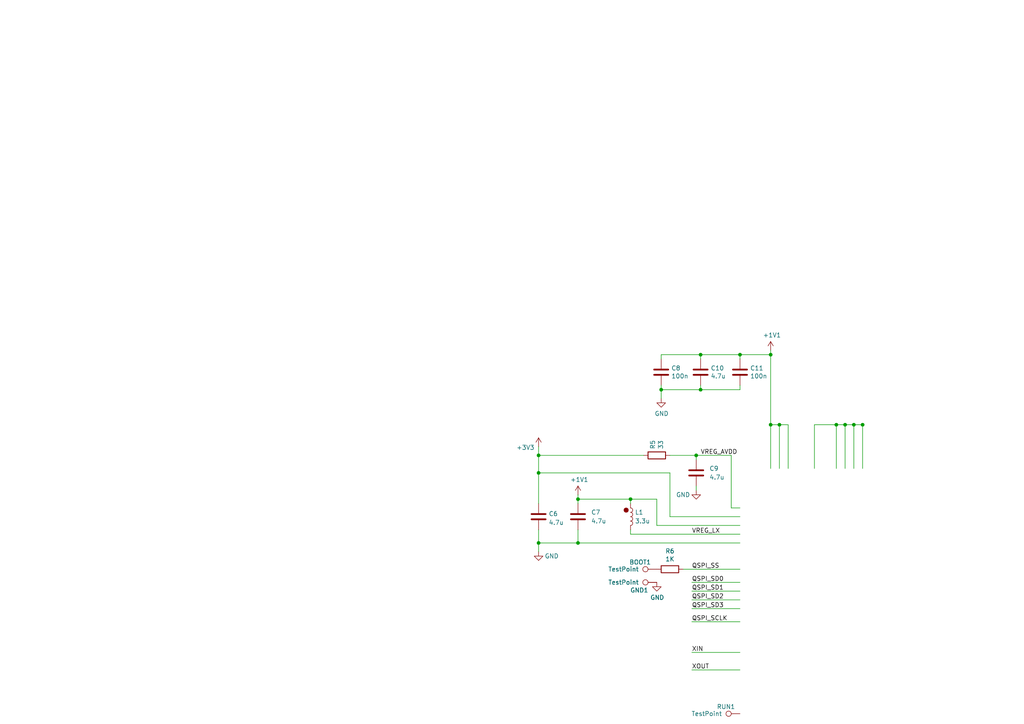
<source format=kicad_sch>
(kicad_sch (version 20250114) (generator "eeschema") (generator_version "9.0")
  (paper "A4")
  (lib_symbols
    (symbol "Connector:TestPoint" (pin_numbers (hide yes)) (pin_names (offset 0.762) (hide yes))
      (property "Reference" "TP" (at 0 6.858 0))
      (property "Value" "TestPoint" (at 0 5.08 0))
      (symbol "TestPoint_0_1"
        (circle (center 0 3.302) (radius 0.762))
      )
      (symbol "TestPoint_1_1"
        (pin passive line (at 0 0 90) (length 2.54) (name "1") (number "1"))
      )
    )
    (symbol "Device:C" (pin_numbers (hide yes)) (pin_names (offset 0.254))
      (property "Reference" "C" (at 0.635 2.54 0))
      (property "Value" "C" (at 0.635 -2.54 0))
      (symbol "C_0_1"
        (polyline (pts (xy -2.032 0.762) (xy 2.032 0.762)) (stroke (width 0.508)))
        (polyline (pts (xy -2.032 -0.762) (xy 2.032 -0.762)) (stroke (width 0.508)))
      )
      (symbol "C_1_1"
        (pin passive line (at 0 3.81 270) (length 2.794) (name "~") (number "1"))
        (pin passive line (at 0 -3.81 90) (length 2.794) (name "~") (number "2"))
      )
    )
    (symbol "Device:L" (pin_numbers (hide yes)) (pin_names (offset 1.016) (hide yes))
      (property "Reference" "L" (at -1.27 0 90))
      (property "Value" "L" (at 1.905 0 90))
      (symbol "L_0_1"
        (arc (start 0 2.54) (mid 0.6323 1.905) (end 0 1.27))
        (arc (start 0 1.27) (mid 0.6323 0.635) (end 0 0))
        (arc (start 0 0) (mid 0.6323 -0.635) (end 0 -1.27))
        (arc (start 0 -1.27) (mid 0.6323 -1.905) (end 0 -2.54))
      )
      (symbol "L_1_1"
        (pin passive line (at 0 3.81 270) (length 1.27) (name "1") (number "1"))
        (pin passive line (at 0 -3.81 90) (length 1.27) (name "2") (number "2"))
      )
    )
    (symbol "Device:R" (pin_numbers (hide yes)) (pin_names (offset 0))
      (property "Reference" "R" (at 2.032 0 90))
      (property "Value" "R" (at 0 0 90))
      (symbol "R_0_1"
        (rectangle (start -1.016 -2.54) (end 1.016 2.54) (stroke (width 0.254)))
      )
      (symbol "R_1_1"
        (pin passive line (at 0 3.81 270) (length 1.27) (name "~") (number "1"))
        (pin passive line (at 0 -3.81 90) (length 1.27) (name "~") (number "2"))
      )
    )
    (symbol "power:+1V1" (power) (pin_names (offset 0))
      (property "Value" "+1V1" (at 0 3.556 0))
      (symbol "+1V1_0_1"
        (polyline (pts (xy -0.762 1.27) (xy 0 2.54)))
        (polyline (pts (xy 0 2.54) (xy 0.762 1.27)))
        (polyline (pts (xy 0 0) (xy 0 2.54)))
      )
      (symbol "+1V1_1_1"
        (pin power_in line (at 0 0 90) (length 0) (hide yes) (name "+1V1") (number "1"))
      )
    )
    (symbol "power:+3V3" (power) (pin_names (offset 0))
      (property "Value" "+3V3" (at 0 3.556 0))
      (symbol "+3V3_0_1"
        (polyline (pts (xy -0.762 1.27) (xy 0 2.54)))
        (polyline (pts (xy 0 2.54) (xy 0.762 1.27)))
        (polyline (pts (xy 0 0) (xy 0 2.54)))
      )
      (symbol "+3V3_1_1"
        (pin power_in line (at 0 0 90) (length 0) (hide yes) (name "+3V3") (number "1"))
      )
    )
    (symbol "power:GND" (power) (pin_names (offset 0))
      (property "Value" "GND" (at 0 -3.81 0))
      (symbol "GND_0_1"
        (polyline (pts (xy 0 0) (xy 0 -1.27) (xy 1.27 -1.27) (xy 0 -2.54) (xy -1.27 -1.27) (xy 0 -1.27)))
      )
      (symbol "GND_1_1"
        (pin power_in line (at 0 0 270) (length 0) (hide yes) (name "GND") (number "1"))
      )
    )
  )
  (circle (center 181.61 147.955) (radius 0.635) (stroke (width 0) (color 132 0 0 1)) (fill (type color) (color 132 0 0 1)))
  (junction (at 201.93 132.08))
  (junction (at 167.64 144.78))
  (junction (at 242.57 123.19))
  (junction (at 223.52 123.19))
  (junction (at 203.2 113.03))
  (junction (at 245.11 123.19))
  (junction (at 182.88 144.78))
  (junction (at 167.64 157.48))
  (junction (at 203.2 102.87))
  (junction (at 247.65 123.19))
  (junction (at 223.52 102.87))
  (junction (at 156.21 157.48))
  (junction (at 214.63 102.87))
  (junction (at 156.21 132.08))
  (junction (at 226.06 123.19))
  (junction (at 250.19 123.19))
  (junction (at 156.21 137.16))
  (junction (at 191.77 113.03))
  (wire (pts (xy 201.93 142.24) (xy 201.93 140.97)))
  (wire (pts (xy 194.31 137.16) (xy 194.31 149.86)))
  (wire (pts (xy 203.2 102.87) (xy 214.63 102.87)))
  (wire (pts (xy 198.12 165.1) (xy 214.63 165.1)))
  (wire (pts (xy 212.09 132.08) (xy 212.09 147.32)))
  (wire (pts (xy 203.2 104.14) (xy 203.2 102.87)))
  (wire (pts (xy 214.63 180.34) (xy 200.66 180.34)))
  (wire (pts (xy 203.2 113.03) (xy 214.63 113.03)))
  (wire (pts (xy 191.77 111.76) (xy 191.77 113.03)))
  (wire (pts (xy 201.93 132.08) (xy 212.09 132.08)))
  (wire (pts (xy 156.21 132.08) (xy 156.21 137.16)))
  (wire (pts (xy 156.21 137.16) (xy 194.31 137.16)))
  (wire (pts (xy 156.21 137.16) (xy 156.21 146.05)))
  (wire (pts (xy 247.65 135.89) (xy 247.65 123.19)))
  (wire (pts (xy 236.22 135.89) (xy 236.22 123.19)))
  (wire (pts (xy 201.93 132.08) (xy 201.93 133.35)))
  (wire (pts (xy 223.52 102.87) (xy 223.52 123.19)))
  (wire (pts (xy 245.11 123.19) (xy 247.65 123.19)))
  (wire (pts (xy 250.19 135.89) (xy 250.19 123.19)))
  (wire (pts (xy 194.31 149.86) (xy 214.63 149.86)))
  (wire (pts (xy 247.65 123.19) (xy 250.19 123.19)))
  (wire (pts (xy 156.21 129.54) (xy 156.21 132.08)))
  (wire (pts (xy 156.21 157.48) (xy 167.64 157.48)))
  (wire (pts (xy 167.64 146.05) (xy 167.64 144.78)))
  (wire (pts (xy 191.77 104.14) (xy 191.77 102.87)))
  (wire (pts (xy 156.21 153.67) (xy 156.21 157.48)))
  (wire (pts (xy 214.63 152.4) (xy 190.5 152.4)))
  (wire (pts (xy 223.52 123.19) (xy 223.52 135.89)))
  (wire (pts (xy 167.64 143.51) (xy 167.64 144.78)))
  (wire (pts (xy 167.64 157.48) (xy 214.63 157.48)))
  (wire (pts (xy 156.21 157.48) (xy 156.21 160.02)))
  (wire (pts (xy 156.21 132.08) (xy 186.69 132.08)))
  (wire (pts (xy 191.77 113.03) (xy 191.77 115.57)))
  (wire (pts (xy 203.2 111.76) (xy 203.2 113.03)))
  (wire (pts (xy 200.66 189.23) (xy 214.63 189.23)))
  (wire (pts (xy 200.66 173.99) (xy 214.63 173.99)))
  (wire (pts (xy 228.6 123.19) (xy 228.6 135.89)))
  (wire (pts (xy 242.57 135.89) (xy 242.57 123.19)))
  (wire (pts (xy 191.77 102.87) (xy 203.2 102.87)))
  (wire (pts (xy 190.5 152.4) (xy 190.5 144.78)))
  (wire (pts (xy 200.66 168.91) (xy 214.63 168.91)))
  (wire (pts (xy 194.31 132.08) (xy 201.93 132.08)))
  (wire (pts (xy 200.66 171.45) (xy 214.63 171.45)))
  (wire (pts (xy 200.66 176.53) (xy 214.63 176.53)))
  (wire (pts (xy 214.63 102.87) (xy 223.52 102.87)))
  (wire (pts (xy 182.88 154.94) (xy 214.63 154.94)))
  (wire (pts (xy 167.64 153.67) (xy 167.64 157.48)))
  (wire (pts (xy 167.64 144.78) (xy 182.88 144.78)))
  (wire (pts (xy 226.06 123.19) (xy 228.6 123.19)))
  (wire (pts (xy 245.11 135.89) (xy 245.11 123.19)))
  (wire (pts (xy 223.52 101.6) (xy 223.52 102.87)))
  (wire (pts (xy 182.88 154.94) (xy 182.88 153.67)))
  (wire (pts (xy 242.57 123.19) (xy 245.11 123.19)))
  (wire (pts (xy 182.88 144.78) (xy 182.88 146.05)))
  (wire (pts (xy 214.63 104.14) (xy 214.63 102.87)))
  (wire (pts (xy 191.77 113.03) (xy 203.2 113.03)))
  (wire (pts (xy 236.22 123.19) (xy 242.57 123.19)))
  (wire (pts (xy 226.06 123.19) (xy 223.52 123.19)))
  (wire (pts (xy 190.5 144.78) (xy 182.88 144.78)))
  (wire (pts (xy 212.09 147.32) (xy 214.63 147.32)))
  (wire (pts (xy 214.63 194.31) (xy 200.66 194.31)))
  (wire (pts (xy 214.63 113.03) (xy 214.63 111.76)))
  (wire (pts (xy 226.06 135.89) (xy 226.06 123.19)))
  (label "XIN" (at 200.66 189.23 0))
  (label "XOUT" (at 200.66 194.31 0))
  (label "QSPI_SD0" (at 200.66 168.91 0))
  (label "QSPI_SS" (at 200.66 165.1 0))
  (label "QSPI_SD2" (at 200.66 173.99 0))
  (label "VREG_AVDD" (at 203.2 132.08 0))
  (label "QSPI_SD1" (at 200.66 171.45 0))
  (label "QSPI_SCLK" (at 200.66 180.34 0))
  (label "VREG_LX" (at 200.66 154.94 0))
  (label "QSPI_SD3" (at 200.66 176.53 0))
  (symbol (lib_id "power:+3V3") (at 156.21 129.54 0) (unit 1)
    (property "Reference" "#PWR013" (effects (hide yes)))
    (property "Value" "+3V3" (at 152.4 129.794 0))
  )
  (symbol (lib_id "Device:C") (at 214.63 107.95 0) (unit 1)
    (property "Reference" "C11" (at 217.551 106.7816 0) (effects (justify left)))
    (property "Value" "100n" (at 217.551 109.093 0) (effects (justify left)))
    (property "Footprint" "user_footprints:C_0402_1005Metric_small_pads" (effects (hide yes)))
    (property "Datasheet" "https://jlcpcb.com/api/file/downloadByFileSystemAccessId/8590272703061401600" (effects (hide yes)))
    (property "Package" "0402" (effects (hide yes)))
    (property "1000 Price" ".004" (effects (hide yes)))
    (property "Manufacturer" "FOJAN" (effects (hide yes)))
    (property "Notes" "16V 10%" (effects (hide yes)))
    (property "Part Number" "FCC0402B104K160AT" (effects (hide yes)))
    (property "Price" ".0008" (effects (hide yes)))
    (property "Vendor" "JLCPCB" (effects (hide yes)))
    (property "Website" "https://jlcpcb.com/partdetail/Fojan-FCC0402B104K160AT/C5137468" (effects (hide yes)))
    (property "Vendor PN" "C5137468" (effects (hide yes)))
  )
  (symbol (lib_id "power:GND") (at 190.5 168.91 0) (unit 1)
    (property "Reference" "#PWR017" (effects (hide yes)))
    (property "Value" "GND" (at 190.627 173.3042 0))
  )
  (symbol (lib_id "power:GND") (at 201.93 142.24 0) (unit 1)
    (property "Reference" "#PWR019" (effects (hide yes)))
    (property "Value" "GND" (at 198.12 143.51 0))
  )
  (symbol (lib_id "Device:R") (at 194.31 165.1 270) (unit 1)
    (property "Reference" "R6" (at 194.31 159.8422 90))
    (property "Value" "1K" (at 194.31 162.1536 90))
    (property "Footprint" "Resistor_SMD:R_0402_1005Metric" (effects (hide yes)))
    (property "Datasheet" "https://jlcpcb.com/api/file/downloadByFileSystemAccessId/8589041795842125824" (effects (hide yes)))
    (property "Manufacturer" "FOJAN" (effects (hide yes)))
    (property "Notes" "62.5mW 50V 1%" (effects (hide yes)))
    (property "Package" "0402" (effects (hide yes)))
    (property "Part Number" "FRC0402F1001TS" (effects (hide yes)))
    (property "Price" ".0005" (effects (hide yes)))
    (property "Vendor" "JLCPCB" (effects (hide yes)))
    (property "Website" "https://jlcpcb.com/partdetail/Fojan-FRC0402F1001TS/C2906864" (effects (hide yes)))
    (property "1000 Price" ".0003" (effects (hide yes)))
    (property "Vendor PN" "C2906864" (effects (hide yes)))
  )
  (symbol (lib_id "Device:R") (at 190.5 132.08 90) (unit 1)
    (property "Reference" "R5" (at 189.3316 130.302 0) (effects (justify left)))
    (property "Value" "33" (at 191.643 130.302 0) (effects (justify left)))
    (property "Footprint" "Resistor_SMD:R_0402_1005Metric" (effects (hide yes)))
    (property "Datasheet" "https://jlcpcb.com/api/file/downloadByFileSystemAccessId/8588899754156048385" (effects (hide yes)))
    (property "Alternate 1" "RTT0233R0FTH" (effects (hide yes)))
    (property "Manufacturer" "YAGEO" (effects (hide yes)))
    (property "Notes" "62.5mW 50V 1%" (effects (hide yes)))
    (property "Package" "0402" (effects (hide yes)))
    (property "Part Number" "RC0402FR-0733RL" (effects (hide yes)))
    (property "Price" ".0006" (effects (hide yes)))
    (property "Vendor" "JLCPCB" (effects (hide yes)))
    (property "Website" "https://jlcpcb.com/partdetail/Yageo-RC0402FR0733RL/C138002" (effects (hide yes)))
    (property "1000 Price" ".0005" (effects (hide yes)))
    (property "Vendor PN" "C138002" (effects (hide yes)))
  )
  (symbol (lib_id "Connector:TestPoint") (at 214.63 207.01 90) (unit 1) (in_bom no)
    (property "Reference" "RUN1" (at 210.566 204.978 90))
    (property "Value" "TestPoint" (at 204.978 207.01 90))
    (property "Footprint" "TestPoint:TestPoint_Pad_1.0x1.0mm" (effects (hide yes)))
    (property "Description" "test point" (effects (hide yes)))
  )
  (symbol (lib_id "Device:C") (at 156.21 149.86 0) (unit 1)
    (property "Reference" "C6" (at 159.131 149.0253 0) (effects (justify left)))
    (property "Value" "4.7u" (at 159.131 151.5622 0) (effects (justify left)))
    (property "Footprint" "user_footprints:C_0402_1005Metric_small_pads" (effects (hide yes)))
    (property "Datasheet" "https://jlcpcb.com/api/file/downloadByFileSystemAccessId/8588934242764541952" (effects (hide yes)))
    (property "Package" "0402" (effects (hide yes)))
    (property "1000 Price" ".0024" (effects (hide yes)))
    (property "Manufacturer" "CCTC" (effects (hide yes)))
    (property "Notes" "6.3V 20%" (effects (hide yes)))
    (property "Part Number" "TCC0402X5R475M6R3AT" (effects (hide yes)))
    (property "Price" ".0031" (effects (hide yes)))
    (property "Vendor" "JLCPCB" (effects (hide yes)))
    (property "Website" "https://jlcpcb.com/partdetail/Cctc-TCC0402X5R475M6R3AT/C380302" (effects (hide yes)))
    (property "Vendor PN" "C380302" (effects (hide yes)))
  )
  (symbol (lib_id "power:GND") (at 191.77 115.57 0) (unit 1)
    (property "Reference" "#PWR018" (effects (hide yes)))
    (property "Value" "GND" (at 191.897 119.9642 0))
  )
  (symbol (lib_id "Device:C") (at 167.64 149.86 0) (unit 1)
    (property "Reference" "C7" (at 171.45 148.59 0) (effects (justify left)))
    (property "Value" "4.7u" (at 171.45 151.13 0) (effects (justify left)))
    (property "Footprint" "user_footprints:C_0402_1005Metric_small_pads" (effects (hide yes)))
    (property "Datasheet" "https://jlcpcb.com/api/file/downloadByFileSystemAccessId/8588934242764541952" (effects (hide yes)))
    (property "Package" "0402" (effects (hide yes)))
    (property "1000 Price" ".0024" (effects (hide yes)))
    (property "Manufacturer" "CCTC" (effects (hide yes)))
    (property "Notes" "6.3V 20%" (effects (hide yes)))
    (property "Part Number" "TCC0402X5R475M6R3AT" (effects (hide yes)))
    (property "Price" ".0031" (effects (hide yes)))
    (property "Vendor" "JLCPCB" (effects (hide yes)))
    (property "Website" "https://jlcpcb.com/partdetail/Cctc-TCC0402X5R475M6R3AT/C380302" (effects (hide yes)))
    (property "Vendor PN" "C380302" (effects (hide yes)))
  )
  (symbol (lib_id "Device:C") (at 201.93 137.16 0) (unit 1)
    (property "Reference" "C9" (at 205.74 135.89 0) (effects (justify left)))
    (property "Value" "4.7u" (at 205.74 138.43 0) (effects (justify left)))
    (property "Footprint" "user_footprints:C_0402_1005Metric_small_pads" (effects (hide yes)))
    (property "Datasheet" "https://jlcpcb.com/api/file/downloadByFileSystemAccessId/8588934242764541952" (effects (hide yes)))
    (property "Package" "0402" (effects (hide yes)))
    (property "1000 Price" ".0024" (effects (hide yes)))
    (property "Manufacturer" "CCTC" (effects (hide yes)))
    (property "Notes" "6.3V 20%" (effects (hide yes)))
    (property "Part Number" "TCC0402X5R475M6R3AT" (effects (hide yes)))
    (property "Price" ".0031" (effects (hide yes)))
    (property "Vendor" "JLCPCB" (effects (hide yes)))
    (property "Website" "https://jlcpcb.com/partdetail/Cctc-TCC0402X5R475M6R3AT/C380302" (effects (hide yes)))
    (property "Vendor PN" "C380302" (effects (hide yes)))
  )
  (symbol (lib_id "Connector:TestPoint") (at 214.63 220.98 90) (unit 1) (in_bom no)
    (property "Reference" "SWD1" (at 211.328 223.012 90))
    (property "Value" "TestPoint" (at 204.978 220.98 90))
    (property "Footprint" "TestPoint:TestPoint_Pad_1.0x1.0mm" (effects (hide yes)))
    (property "Description" "test point" (effects (hide yes)))
  )
  (symbol (lib_id "power:+1V1") (at 223.52 101.6 0) (unit 1)
    (property "Reference" "#PWR020" (effects (hide yes)))
    (property "Value" "+1V1" (at 223.901 97.2058 0))
  )
  (symbol (lib_id "Device:C") (at 191.77 107.95 0) (unit 1)
    (property "Reference" "C8" (at 194.691 106.7816 0) (effects (justify left)))
    (property "Value" "100n" (at 194.691 109.093 0) (effects (justify left)))
    (property "Footprint" "user_footprints:C_0402_1005Metric_small_pads" (effects (hide yes)))
    (property "Datasheet" "https://jlcpcb.com/api/file/downloadByFileSystemAccessId/8590272703061401600" (effects (hide yes)))
    (property "Package" "0402" (effects (hide yes)))
    (property "1000 Price" ".004" (effects (hide yes)))
    (property "Manufacturer" "FOJAN" (effects (hide yes)))
    (property "Notes" "16V 10%" (effects (hide yes)))
    (property "Part Number" "FCC0402B104K160AT" (effects (hide yes)))
    (property "Price" ".0008" (effects (hide yes)))
    (property "Vendor" "JLCPCB" (effects (hide yes)))
    (property "Website" "https://jlcpcb.com/partdetail/Fojan-FCC0402B104K160AT/C5137468" (effects (hide yes)))
    (property "Vendor PN" "C5137468" (effects (hide yes)))
  )
  (symbol (lib_id "Device:C") (at 203.2 107.95 0) (unit 1)
    (property "Reference" "C10" (at 206.121 106.7816 0) (effects (justify left)))
    (property "Value" "4.7u" (at 206.121 109.093 0) (effects (justify left)))
    (property "Footprint" "user_footprints:C_0402_1005Metric_small_pads" (effects (hide yes)))
    (property "Datasheet" "https://jlcpcb.com/api/file/downloadByFileSystemAccessId/8588934242764541952" (effects (hide yes)))
    (property "Package" "0402" (effects (hide yes)))
    (property "1000 Price" ".0024" (effects (hide yes)))
    (property "Manufacturer" "CCTC" (effects (hide yes)))
    (property "Notes" "6.3V 20%" (effects (hide yes)))
    (property "Part Number" "TCC0402X5R475M6R3AT" (effects (hide yes)))
    (property "Price" ".0031" (effects (hide yes)))
    (property "Vendor" "JLCPCB" (effects (hide yes)))
    (property "Website" "https://jlcpcb.com/partdetail/Cctc-TCC0402X5R475M6R3AT/C380302" (effects (hide yes)))
    (property "Vendor PN" "C380302" (effects (hide yes)))
  )
  (symbol (lib_id "Connector:TestPoint") (at 214.63 218.44 90) (unit 1) (in_bom no)
    (property "Reference" "SWCLK1" (at 210.566 216.408 90))
    (property "Value" "TestPoint" (at 204.978 218.44 90))
    (property "Footprint" "TestPoint:TestPoint_Pad_1.0x1.0mm" (effects (hide yes)))
    (property "Description" "test point" (effects (hide yes)))
  )
  (symbol (lib_id "Connector:TestPoint") (at 190.5 168.91 90) (unit 1) (in_bom no)
    (property "Reference" "GND1" (at 185.42 171.196 90))
    (property "Value" "TestPoint" (at 180.848 168.91 90))
    (property "Footprint" "TestPoint:TestPoint_Pad_1.0x1.0mm" (effects (hide yes)))
    (property "Description" "test point" (effects (hide yes)))
  )
  (symbol (lib_id "Connector:TestPoint") (at 190.5 165.1 90) (unit 1) (in_bom no)
    (property "Reference" "BOOT1" (at 185.674 163.068 90))
    (property "Value" "TestPoint" (at 180.848 165.1 90))
    (property "Footprint" "TestPoint:TestPoint_Pad_1.0x1.0mm" (effects (hide yes)))
    (property "Description" "test point" (effects (hide yes)))
  )
  (symbol (lib_id "Device:L") (at 182.88 149.86 0) (unit 1)
    (property "Reference" "L1" (at 184.15 148.59 0) (effects (justify left)))
    (property "Value" "3.3u" (at 184.15 151.13 0) (effects (justify left)))
    (property "Footprint" "RP2350_60QFN_minimal:L_pol_2016" (effects (hide yes)))
    (property "Datasheet" "https://jlcpcb.com/api/file/downloadByFileSystemAccessId/8567843503118221312" (effects (hide yes)))
    (property "Manufacturer" "Abracon LLC" (effects (hide yes)))
    (property "Notes" "Polarized" (effects (hide yes)))
    (property "Package" "0806" (effects (hide yes)))
    (property "Part Number" "AOTA-B201610S3R3-101-T" (effects (hide yes)))
    (property "Price" ".2889" (effects (hide yes)))
    (property "Vendor" "JLCPCB" (effects (hide yes)))
    (property "Website" "https://jlcpcb.com/partdetail/AbraconLlc-AOTA_B201610S3R3_101T/C42411119" (effects (hide yes)))
    (property "1000 Price" ".1776" (effects (hide yes)))
    (property "Vendor PN" "C42411119" (effects (hide yes)))
  )
  (symbol (lib_id "power:GND") (at 156.21 160.02 0) (mirror y) (unit 1)
    (property "Reference" "#PWR014" (effects (hide yes)))
    (property "Value" "GND" (at 160.02 161.29 0))
  )
  (symbol (lib_id "power:+1V1") (at 167.64 143.51 0) (unit 1)
    (property "Reference" "#PWR016" (effects (hide yes)))
    (property "Value" "+1V1" (at 168.021 139.1158 0))
  )
)
</source>
